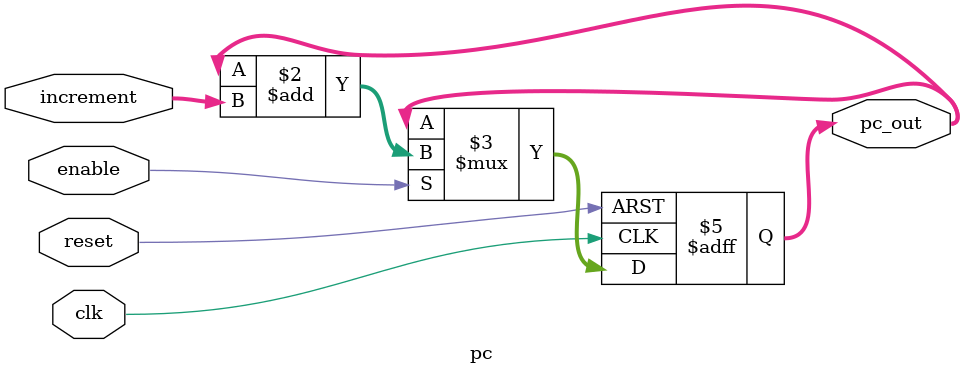
<source format=v>
module pc(
    input clk,
    input reset,
    input enable,
    input [7:0] increment,
    output reg [7:0] pc_out
);

always @(posedge clk, posedge reset) begin
    if (reset) begin
        pc_out <= 8'h00;
    end else if (enable) begin
        pc_out <= pc_out + increment;
    end
end

endmodule
</source>
